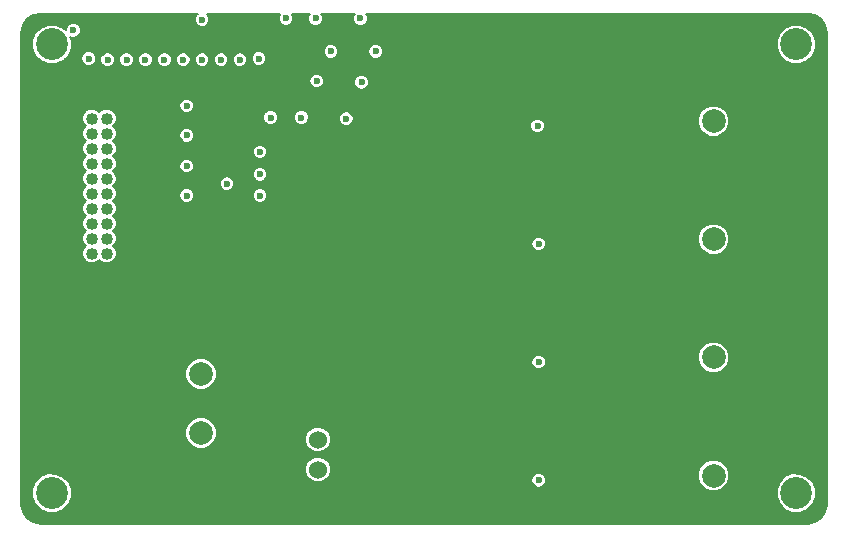
<source format=gbr>
G04 #@! TF.FileFunction,Copper,L4,Bot,Signal*
%FSLAX46Y46*%
G04 Gerber Fmt 4.6, Leading zero omitted, Abs format (unit mm)*
G04 Created by KiCad (PCBNEW 4.0.2+e4-6225~38~ubuntu14.04.1-stable) date Fri 29 Jul 2016 12:50:15 AM PDT*
%MOMM*%
G01*
G04 APERTURE LIST*
%ADD10C,0.100000*%
%ADD11C,2.000000*%
%ADD12C,1.524000*%
%ADD13C,1.016000*%
%ADD14C,2.700000*%
%ADD15C,0.600000*%
%ADD16C,0.200000*%
G04 APERTURE END LIST*
D10*
D11*
X162000000Y-107500000D03*
X162000000Y-102500000D03*
X162000000Y-72500000D03*
X162000000Y-77500000D03*
X162000000Y-97500000D03*
X162000000Y-92500000D03*
X162000000Y-87500000D03*
X162000000Y-82500000D03*
D12*
X128500000Y-107000000D03*
X128500000Y-109540000D03*
X128500000Y-104460000D03*
D11*
X118600000Y-93900000D03*
X118600000Y-98900000D03*
X118600000Y-103900000D03*
X118600000Y-108900000D03*
D13*
X109365000Y-77285000D03*
X110635000Y-77285000D03*
X109365000Y-88715000D03*
X109365000Y-78555000D03*
X110635000Y-78555000D03*
X109365000Y-79825000D03*
X110635000Y-79825000D03*
X109365000Y-81095000D03*
X110635000Y-81095000D03*
X109365000Y-82365000D03*
X110635000Y-82365000D03*
X109365000Y-83635000D03*
X110635000Y-83635000D03*
X109365000Y-84905000D03*
X110635000Y-84905000D03*
X109365000Y-86175000D03*
X110635000Y-86175000D03*
X109365000Y-87445000D03*
X110635000Y-87445000D03*
X110635000Y-88715000D03*
D14*
X169000000Y-109000000D03*
X169000000Y-71000000D03*
X106000000Y-71000000D03*
X106000000Y-109000000D03*
D15*
X107800000Y-69800000D03*
X109100000Y-72200000D03*
X110700000Y-72300000D03*
X112300000Y-72300000D03*
X113900000Y-72300000D03*
X115500000Y-72300000D03*
X117100000Y-72300000D03*
X118700000Y-68900000D03*
X129600000Y-71600000D03*
X147100000Y-77900000D03*
X133400000Y-71600000D03*
X147200000Y-87900000D03*
X132200000Y-74200000D03*
X147200000Y-97900000D03*
X128400000Y-74100000D03*
X147200000Y-107900000D03*
X120800000Y-82800000D03*
X125800000Y-68800000D03*
X117400000Y-83800000D03*
X123500000Y-72200000D03*
X117400000Y-81300000D03*
X121900000Y-72300000D03*
X117400000Y-78700000D03*
X120300000Y-72300000D03*
X117400000Y-76200000D03*
X118700000Y-72300000D03*
X123600000Y-82000000D03*
X130900000Y-77300000D03*
X123600000Y-83800000D03*
X127100000Y-77200000D03*
X132100000Y-68800000D03*
X123600000Y-80100000D03*
X128300000Y-68800000D03*
X124500000Y-77200000D03*
D16*
G36*
X118174696Y-68548339D02*
X118080107Y-68776133D01*
X118079892Y-69022785D01*
X118174083Y-69250743D01*
X118348339Y-69425304D01*
X118576133Y-69519893D01*
X118822785Y-69520108D01*
X119050743Y-69425917D01*
X119225304Y-69251661D01*
X119319893Y-69023867D01*
X119320108Y-68777215D01*
X119225917Y-68549257D01*
X119071930Y-68395000D01*
X125328128Y-68395000D01*
X125274696Y-68448339D01*
X125180107Y-68676133D01*
X125179892Y-68922785D01*
X125274083Y-69150743D01*
X125448339Y-69325304D01*
X125676133Y-69419893D01*
X125922785Y-69420108D01*
X126150743Y-69325917D01*
X126325304Y-69151661D01*
X126419893Y-68923867D01*
X126420108Y-68677215D01*
X126325917Y-68449257D01*
X126271755Y-68395000D01*
X127828128Y-68395000D01*
X127774696Y-68448339D01*
X127680107Y-68676133D01*
X127679892Y-68922785D01*
X127774083Y-69150743D01*
X127948339Y-69325304D01*
X128176133Y-69419893D01*
X128422785Y-69420108D01*
X128650743Y-69325917D01*
X128825304Y-69151661D01*
X128919893Y-68923867D01*
X128920108Y-68677215D01*
X128825917Y-68449257D01*
X128771755Y-68395000D01*
X131628128Y-68395000D01*
X131574696Y-68448339D01*
X131480107Y-68676133D01*
X131479892Y-68922785D01*
X131574083Y-69150743D01*
X131748339Y-69325304D01*
X131976133Y-69419893D01*
X132222785Y-69420108D01*
X132450743Y-69325917D01*
X132625304Y-69151661D01*
X132719893Y-68923867D01*
X132720108Y-68677215D01*
X132625917Y-68449257D01*
X132571755Y-68395000D01*
X169961096Y-68395000D01*
X170611245Y-68524323D01*
X171129435Y-68870565D01*
X171475677Y-69388755D01*
X171605000Y-70038903D01*
X171605000Y-109961097D01*
X171475677Y-110611245D01*
X171129435Y-111129435D01*
X170611245Y-111475677D01*
X169961096Y-111605000D01*
X105038903Y-111605000D01*
X104388755Y-111475677D01*
X103870565Y-111129435D01*
X103524323Y-110611245D01*
X103395000Y-109961096D01*
X103395000Y-109330726D01*
X104329711Y-109330726D01*
X104583418Y-109944743D01*
X105052786Y-110414931D01*
X105666359Y-110669709D01*
X106330726Y-110670289D01*
X106944743Y-110416582D01*
X107414931Y-109947214D01*
X107669709Y-109333641D01*
X107669711Y-109330726D01*
X167329711Y-109330726D01*
X167583418Y-109944743D01*
X168052786Y-110414931D01*
X168666359Y-110669709D01*
X169330726Y-110670289D01*
X169944743Y-110416582D01*
X170414931Y-109947214D01*
X170669709Y-109333641D01*
X170670289Y-108669274D01*
X170416582Y-108055257D01*
X169947214Y-107585069D01*
X169333641Y-107330291D01*
X168669274Y-107329711D01*
X168055257Y-107583418D01*
X167585069Y-108052786D01*
X167330291Y-108666359D01*
X167329711Y-109330726D01*
X107669711Y-109330726D01*
X107670289Y-108669274D01*
X107416582Y-108055257D01*
X106947214Y-107585069D01*
X106333641Y-107330291D01*
X105669274Y-107329711D01*
X105055257Y-107583418D01*
X104585069Y-108052786D01*
X104330291Y-108666359D01*
X104329711Y-109330726D01*
X103395000Y-109330726D01*
X103395000Y-107214279D01*
X127417812Y-107214279D01*
X127582190Y-107612103D01*
X127886296Y-107916740D01*
X128283833Y-108081812D01*
X128714279Y-108082188D01*
X128858044Y-108022785D01*
X146579892Y-108022785D01*
X146674083Y-108250743D01*
X146848339Y-108425304D01*
X147076133Y-108519893D01*
X147322785Y-108520108D01*
X147550743Y-108425917D01*
X147725304Y-108251661D01*
X147819893Y-108023867D01*
X147820108Y-107777215D01*
X147813579Y-107761412D01*
X160679772Y-107761412D01*
X160880306Y-108246743D01*
X161251304Y-108618389D01*
X161736284Y-108819770D01*
X162261412Y-108820228D01*
X162746743Y-108619694D01*
X163118389Y-108248696D01*
X163319770Y-107763716D01*
X163320228Y-107238588D01*
X163119694Y-106753257D01*
X162748696Y-106381611D01*
X162263716Y-106180230D01*
X161738588Y-106179772D01*
X161253257Y-106380306D01*
X160881611Y-106751304D01*
X160680230Y-107236284D01*
X160679772Y-107761412D01*
X147813579Y-107761412D01*
X147725917Y-107549257D01*
X147551661Y-107374696D01*
X147323867Y-107280107D01*
X147077215Y-107279892D01*
X146849257Y-107374083D01*
X146674696Y-107548339D01*
X146580107Y-107776133D01*
X146579892Y-108022785D01*
X128858044Y-108022785D01*
X129112103Y-107917810D01*
X129416740Y-107613704D01*
X129581812Y-107216167D01*
X129582188Y-106785721D01*
X129417810Y-106387897D01*
X129113704Y-106083260D01*
X128716167Y-105918188D01*
X128285721Y-105917812D01*
X127887897Y-106082190D01*
X127583260Y-106386296D01*
X127418188Y-106783833D01*
X127417812Y-107214279D01*
X103395000Y-107214279D01*
X103395000Y-104161412D01*
X117279772Y-104161412D01*
X117480306Y-104646743D01*
X117851304Y-105018389D01*
X118336284Y-105219770D01*
X118861412Y-105220228D01*
X119346743Y-105019694D01*
X119692761Y-104674279D01*
X127417812Y-104674279D01*
X127582190Y-105072103D01*
X127886296Y-105376740D01*
X128283833Y-105541812D01*
X128714279Y-105542188D01*
X129112103Y-105377810D01*
X129416740Y-105073704D01*
X129581812Y-104676167D01*
X129582188Y-104245721D01*
X129417810Y-103847897D01*
X129113704Y-103543260D01*
X128716167Y-103378188D01*
X128285721Y-103377812D01*
X127887897Y-103542190D01*
X127583260Y-103846296D01*
X127418188Y-104243833D01*
X127417812Y-104674279D01*
X119692761Y-104674279D01*
X119718389Y-104648696D01*
X119919770Y-104163716D01*
X119920228Y-103638588D01*
X119719694Y-103153257D01*
X119348696Y-102781611D01*
X118863716Y-102580230D01*
X118338588Y-102579772D01*
X117853257Y-102780306D01*
X117481611Y-103151304D01*
X117280230Y-103636284D01*
X117279772Y-104161412D01*
X103395000Y-104161412D01*
X103395000Y-99161412D01*
X117279772Y-99161412D01*
X117480306Y-99646743D01*
X117851304Y-100018389D01*
X118336284Y-100219770D01*
X118861412Y-100220228D01*
X119346743Y-100019694D01*
X119718389Y-99648696D01*
X119919770Y-99163716D01*
X119920228Y-98638588D01*
X119719694Y-98153257D01*
X119589450Y-98022785D01*
X146579892Y-98022785D01*
X146674083Y-98250743D01*
X146848339Y-98425304D01*
X147076133Y-98519893D01*
X147322785Y-98520108D01*
X147550743Y-98425917D01*
X147725304Y-98251661D01*
X147819893Y-98023867D01*
X147820108Y-97777215D01*
X147813579Y-97761412D01*
X160679772Y-97761412D01*
X160880306Y-98246743D01*
X161251304Y-98618389D01*
X161736284Y-98819770D01*
X162261412Y-98820228D01*
X162746743Y-98619694D01*
X163118389Y-98248696D01*
X163319770Y-97763716D01*
X163320228Y-97238588D01*
X163119694Y-96753257D01*
X162748696Y-96381611D01*
X162263716Y-96180230D01*
X161738588Y-96179772D01*
X161253257Y-96380306D01*
X160881611Y-96751304D01*
X160680230Y-97236284D01*
X160679772Y-97761412D01*
X147813579Y-97761412D01*
X147725917Y-97549257D01*
X147551661Y-97374696D01*
X147323867Y-97280107D01*
X147077215Y-97279892D01*
X146849257Y-97374083D01*
X146674696Y-97548339D01*
X146580107Y-97776133D01*
X146579892Y-98022785D01*
X119589450Y-98022785D01*
X119348696Y-97781611D01*
X118863716Y-97580230D01*
X118338588Y-97579772D01*
X117853257Y-97780306D01*
X117481611Y-98151304D01*
X117280230Y-98636284D01*
X117279772Y-99161412D01*
X103395000Y-99161412D01*
X103395000Y-77448977D01*
X108536857Y-77448977D01*
X108662647Y-77753411D01*
X108829032Y-77920087D01*
X108663465Y-78085364D01*
X108537145Y-78389578D01*
X108536857Y-78718977D01*
X108662647Y-79023411D01*
X108829032Y-79190087D01*
X108663465Y-79355364D01*
X108537145Y-79659578D01*
X108536857Y-79988977D01*
X108662647Y-80293411D01*
X108829032Y-80460087D01*
X108663465Y-80625364D01*
X108537145Y-80929578D01*
X108536857Y-81258977D01*
X108662647Y-81563411D01*
X108829032Y-81730087D01*
X108663465Y-81895364D01*
X108537145Y-82199578D01*
X108536857Y-82528977D01*
X108662647Y-82833411D01*
X108829032Y-83000087D01*
X108663465Y-83165364D01*
X108537145Y-83469578D01*
X108536857Y-83798977D01*
X108662647Y-84103411D01*
X108829032Y-84270087D01*
X108663465Y-84435364D01*
X108537145Y-84739578D01*
X108536857Y-85068977D01*
X108662647Y-85373411D01*
X108829032Y-85540087D01*
X108663465Y-85705364D01*
X108537145Y-86009578D01*
X108536857Y-86338977D01*
X108662647Y-86643411D01*
X108829032Y-86810087D01*
X108663465Y-86975364D01*
X108537145Y-87279578D01*
X108536857Y-87608977D01*
X108662647Y-87913411D01*
X108829032Y-88080087D01*
X108663465Y-88245364D01*
X108537145Y-88549578D01*
X108536857Y-88878977D01*
X108662647Y-89183411D01*
X108895364Y-89416535D01*
X109199578Y-89542855D01*
X109528977Y-89543143D01*
X109833411Y-89417353D01*
X110000087Y-89250968D01*
X110165364Y-89416535D01*
X110469578Y-89542855D01*
X110798977Y-89543143D01*
X111103411Y-89417353D01*
X111336535Y-89184636D01*
X111462855Y-88880422D01*
X111463143Y-88551023D01*
X111337353Y-88246589D01*
X111170968Y-88079913D01*
X111228196Y-88022785D01*
X146579892Y-88022785D01*
X146674083Y-88250743D01*
X146848339Y-88425304D01*
X147076133Y-88519893D01*
X147322785Y-88520108D01*
X147550743Y-88425917D01*
X147725304Y-88251661D01*
X147819893Y-88023867D01*
X147820108Y-87777215D01*
X147813579Y-87761412D01*
X160679772Y-87761412D01*
X160880306Y-88246743D01*
X161251304Y-88618389D01*
X161736284Y-88819770D01*
X162261412Y-88820228D01*
X162746743Y-88619694D01*
X163118389Y-88248696D01*
X163319770Y-87763716D01*
X163320228Y-87238588D01*
X163119694Y-86753257D01*
X162748696Y-86381611D01*
X162263716Y-86180230D01*
X161738588Y-86179772D01*
X161253257Y-86380306D01*
X160881611Y-86751304D01*
X160680230Y-87236284D01*
X160679772Y-87761412D01*
X147813579Y-87761412D01*
X147725917Y-87549257D01*
X147551661Y-87374696D01*
X147323867Y-87280107D01*
X147077215Y-87279892D01*
X146849257Y-87374083D01*
X146674696Y-87548339D01*
X146580107Y-87776133D01*
X146579892Y-88022785D01*
X111228196Y-88022785D01*
X111336535Y-87914636D01*
X111462855Y-87610422D01*
X111463143Y-87281023D01*
X111337353Y-86976589D01*
X111170968Y-86809913D01*
X111336535Y-86644636D01*
X111462855Y-86340422D01*
X111463143Y-86011023D01*
X111337353Y-85706589D01*
X111170968Y-85539913D01*
X111336535Y-85374636D01*
X111462855Y-85070422D01*
X111463143Y-84741023D01*
X111337353Y-84436589D01*
X111170968Y-84269913D01*
X111336535Y-84104636D01*
X111412045Y-83922785D01*
X116779892Y-83922785D01*
X116874083Y-84150743D01*
X117048339Y-84325304D01*
X117276133Y-84419893D01*
X117522785Y-84420108D01*
X117750743Y-84325917D01*
X117925304Y-84151661D01*
X118019893Y-83923867D01*
X118019893Y-83922785D01*
X122979892Y-83922785D01*
X123074083Y-84150743D01*
X123248339Y-84325304D01*
X123476133Y-84419893D01*
X123722785Y-84420108D01*
X123950743Y-84325917D01*
X124125304Y-84151661D01*
X124219893Y-83923867D01*
X124220108Y-83677215D01*
X124125917Y-83449257D01*
X123951661Y-83274696D01*
X123723867Y-83180107D01*
X123477215Y-83179892D01*
X123249257Y-83274083D01*
X123074696Y-83448339D01*
X122980107Y-83676133D01*
X122979892Y-83922785D01*
X118019893Y-83922785D01*
X118020108Y-83677215D01*
X117925917Y-83449257D01*
X117751661Y-83274696D01*
X117523867Y-83180107D01*
X117277215Y-83179892D01*
X117049257Y-83274083D01*
X116874696Y-83448339D01*
X116780107Y-83676133D01*
X116779892Y-83922785D01*
X111412045Y-83922785D01*
X111462855Y-83800422D01*
X111463143Y-83471023D01*
X111337353Y-83166589D01*
X111170968Y-82999913D01*
X111248231Y-82922785D01*
X120179892Y-82922785D01*
X120274083Y-83150743D01*
X120448339Y-83325304D01*
X120676133Y-83419893D01*
X120922785Y-83420108D01*
X121150743Y-83325917D01*
X121325304Y-83151661D01*
X121419893Y-82923867D01*
X121420108Y-82677215D01*
X121325917Y-82449257D01*
X121151661Y-82274696D01*
X120923867Y-82180107D01*
X120677215Y-82179892D01*
X120449257Y-82274083D01*
X120274696Y-82448339D01*
X120180107Y-82676133D01*
X120179892Y-82922785D01*
X111248231Y-82922785D01*
X111336535Y-82834636D01*
X111462855Y-82530422D01*
X111463143Y-82201023D01*
X111430816Y-82122785D01*
X122979892Y-82122785D01*
X123074083Y-82350743D01*
X123248339Y-82525304D01*
X123476133Y-82619893D01*
X123722785Y-82620108D01*
X123950743Y-82525917D01*
X124125304Y-82351661D01*
X124219893Y-82123867D01*
X124220108Y-81877215D01*
X124125917Y-81649257D01*
X123951661Y-81474696D01*
X123723867Y-81380107D01*
X123477215Y-81379892D01*
X123249257Y-81474083D01*
X123074696Y-81648339D01*
X122980107Y-81876133D01*
X122979892Y-82122785D01*
X111430816Y-82122785D01*
X111337353Y-81896589D01*
X111170968Y-81729913D01*
X111336535Y-81564636D01*
X111395436Y-81422785D01*
X116779892Y-81422785D01*
X116874083Y-81650743D01*
X117048339Y-81825304D01*
X117276133Y-81919893D01*
X117522785Y-81920108D01*
X117750743Y-81825917D01*
X117925304Y-81651661D01*
X118019893Y-81423867D01*
X118020108Y-81177215D01*
X117925917Y-80949257D01*
X117751661Y-80774696D01*
X117523867Y-80680107D01*
X117277215Y-80679892D01*
X117049257Y-80774083D01*
X116874696Y-80948339D01*
X116780107Y-81176133D01*
X116779892Y-81422785D01*
X111395436Y-81422785D01*
X111462855Y-81260422D01*
X111463143Y-80931023D01*
X111337353Y-80626589D01*
X111170968Y-80459913D01*
X111336535Y-80294636D01*
X111366369Y-80222785D01*
X122979892Y-80222785D01*
X123074083Y-80450743D01*
X123248339Y-80625304D01*
X123476133Y-80719893D01*
X123722785Y-80720108D01*
X123950743Y-80625917D01*
X124125304Y-80451661D01*
X124219893Y-80223867D01*
X124220108Y-79977215D01*
X124125917Y-79749257D01*
X123951661Y-79574696D01*
X123723867Y-79480107D01*
X123477215Y-79479892D01*
X123249257Y-79574083D01*
X123074696Y-79748339D01*
X122980107Y-79976133D01*
X122979892Y-80222785D01*
X111366369Y-80222785D01*
X111462855Y-79990422D01*
X111463143Y-79661023D01*
X111337353Y-79356589D01*
X111170968Y-79189913D01*
X111336535Y-79024636D01*
X111420350Y-78822785D01*
X116779892Y-78822785D01*
X116874083Y-79050743D01*
X117048339Y-79225304D01*
X117276133Y-79319893D01*
X117522785Y-79320108D01*
X117750743Y-79225917D01*
X117925304Y-79051661D01*
X118019893Y-78823867D01*
X118020108Y-78577215D01*
X117925917Y-78349257D01*
X117751661Y-78174696D01*
X117523867Y-78080107D01*
X117277215Y-78079892D01*
X117049257Y-78174083D01*
X116874696Y-78348339D01*
X116780107Y-78576133D01*
X116779892Y-78822785D01*
X111420350Y-78822785D01*
X111462855Y-78720422D01*
X111463143Y-78391023D01*
X111337353Y-78086589D01*
X111273661Y-78022785D01*
X146479892Y-78022785D01*
X146574083Y-78250743D01*
X146748339Y-78425304D01*
X146976133Y-78519893D01*
X147222785Y-78520108D01*
X147450743Y-78425917D01*
X147625304Y-78251661D01*
X147719893Y-78023867D01*
X147720108Y-77777215D01*
X147713579Y-77761412D01*
X160679772Y-77761412D01*
X160880306Y-78246743D01*
X161251304Y-78618389D01*
X161736284Y-78819770D01*
X162261412Y-78820228D01*
X162746743Y-78619694D01*
X163118389Y-78248696D01*
X163319770Y-77763716D01*
X163320228Y-77238588D01*
X163119694Y-76753257D01*
X162748696Y-76381611D01*
X162263716Y-76180230D01*
X161738588Y-76179772D01*
X161253257Y-76380306D01*
X160881611Y-76751304D01*
X160680230Y-77236284D01*
X160679772Y-77761412D01*
X147713579Y-77761412D01*
X147625917Y-77549257D01*
X147451661Y-77374696D01*
X147223867Y-77280107D01*
X146977215Y-77279892D01*
X146749257Y-77374083D01*
X146574696Y-77548339D01*
X146480107Y-77776133D01*
X146479892Y-78022785D01*
X111273661Y-78022785D01*
X111170968Y-77919913D01*
X111336535Y-77754636D01*
X111462855Y-77450422D01*
X111462966Y-77322785D01*
X123879892Y-77322785D01*
X123974083Y-77550743D01*
X124148339Y-77725304D01*
X124376133Y-77819893D01*
X124622785Y-77820108D01*
X124850743Y-77725917D01*
X125025304Y-77551661D01*
X125119893Y-77323867D01*
X125119893Y-77322785D01*
X126479892Y-77322785D01*
X126574083Y-77550743D01*
X126748339Y-77725304D01*
X126976133Y-77819893D01*
X127222785Y-77820108D01*
X127450743Y-77725917D01*
X127625304Y-77551661D01*
X127678818Y-77422785D01*
X130279892Y-77422785D01*
X130374083Y-77650743D01*
X130548339Y-77825304D01*
X130776133Y-77919893D01*
X131022785Y-77920108D01*
X131250743Y-77825917D01*
X131425304Y-77651661D01*
X131519893Y-77423867D01*
X131520108Y-77177215D01*
X131425917Y-76949257D01*
X131251661Y-76774696D01*
X131023867Y-76680107D01*
X130777215Y-76679892D01*
X130549257Y-76774083D01*
X130374696Y-76948339D01*
X130280107Y-77176133D01*
X130279892Y-77422785D01*
X127678818Y-77422785D01*
X127719893Y-77323867D01*
X127720108Y-77077215D01*
X127625917Y-76849257D01*
X127451661Y-76674696D01*
X127223867Y-76580107D01*
X126977215Y-76579892D01*
X126749257Y-76674083D01*
X126574696Y-76848339D01*
X126480107Y-77076133D01*
X126479892Y-77322785D01*
X125119893Y-77322785D01*
X125120108Y-77077215D01*
X125025917Y-76849257D01*
X124851661Y-76674696D01*
X124623867Y-76580107D01*
X124377215Y-76579892D01*
X124149257Y-76674083D01*
X123974696Y-76848339D01*
X123880107Y-77076133D01*
X123879892Y-77322785D01*
X111462966Y-77322785D01*
X111463143Y-77121023D01*
X111337353Y-76816589D01*
X111104636Y-76583465D01*
X110800422Y-76457145D01*
X110471023Y-76456857D01*
X110166589Y-76582647D01*
X109999913Y-76749032D01*
X109834636Y-76583465D01*
X109530422Y-76457145D01*
X109201023Y-76456857D01*
X108896589Y-76582647D01*
X108663465Y-76815364D01*
X108537145Y-77119578D01*
X108536857Y-77448977D01*
X103395000Y-77448977D01*
X103395000Y-76322785D01*
X116779892Y-76322785D01*
X116874083Y-76550743D01*
X117048339Y-76725304D01*
X117276133Y-76819893D01*
X117522785Y-76820108D01*
X117750743Y-76725917D01*
X117925304Y-76551661D01*
X118019893Y-76323867D01*
X118020108Y-76077215D01*
X117925917Y-75849257D01*
X117751661Y-75674696D01*
X117523867Y-75580107D01*
X117277215Y-75579892D01*
X117049257Y-75674083D01*
X116874696Y-75848339D01*
X116780107Y-76076133D01*
X116779892Y-76322785D01*
X103395000Y-76322785D01*
X103395000Y-74222785D01*
X127779892Y-74222785D01*
X127874083Y-74450743D01*
X128048339Y-74625304D01*
X128276133Y-74719893D01*
X128522785Y-74720108D01*
X128750743Y-74625917D01*
X128925304Y-74451661D01*
X128978818Y-74322785D01*
X131579892Y-74322785D01*
X131674083Y-74550743D01*
X131848339Y-74725304D01*
X132076133Y-74819893D01*
X132322785Y-74820108D01*
X132550743Y-74725917D01*
X132725304Y-74551661D01*
X132819893Y-74323867D01*
X132820108Y-74077215D01*
X132725917Y-73849257D01*
X132551661Y-73674696D01*
X132323867Y-73580107D01*
X132077215Y-73579892D01*
X131849257Y-73674083D01*
X131674696Y-73848339D01*
X131580107Y-74076133D01*
X131579892Y-74322785D01*
X128978818Y-74322785D01*
X129019893Y-74223867D01*
X129020108Y-73977215D01*
X128925917Y-73749257D01*
X128751661Y-73574696D01*
X128523867Y-73480107D01*
X128277215Y-73479892D01*
X128049257Y-73574083D01*
X127874696Y-73748339D01*
X127780107Y-73976133D01*
X127779892Y-74222785D01*
X103395000Y-74222785D01*
X103395000Y-71330726D01*
X104329711Y-71330726D01*
X104583418Y-71944743D01*
X105052786Y-72414931D01*
X105666359Y-72669709D01*
X106330726Y-72670289D01*
X106944743Y-72416582D01*
X107038703Y-72322785D01*
X108479892Y-72322785D01*
X108574083Y-72550743D01*
X108748339Y-72725304D01*
X108976133Y-72819893D01*
X109222785Y-72820108D01*
X109450743Y-72725917D01*
X109625304Y-72551661D01*
X109678818Y-72422785D01*
X110079892Y-72422785D01*
X110174083Y-72650743D01*
X110348339Y-72825304D01*
X110576133Y-72919893D01*
X110822785Y-72920108D01*
X111050743Y-72825917D01*
X111225304Y-72651661D01*
X111319893Y-72423867D01*
X111319893Y-72422785D01*
X111679892Y-72422785D01*
X111774083Y-72650743D01*
X111948339Y-72825304D01*
X112176133Y-72919893D01*
X112422785Y-72920108D01*
X112650743Y-72825917D01*
X112825304Y-72651661D01*
X112919893Y-72423867D01*
X112919893Y-72422785D01*
X113279892Y-72422785D01*
X113374083Y-72650743D01*
X113548339Y-72825304D01*
X113776133Y-72919893D01*
X114022785Y-72920108D01*
X114250743Y-72825917D01*
X114425304Y-72651661D01*
X114519893Y-72423867D01*
X114519893Y-72422785D01*
X114879892Y-72422785D01*
X114974083Y-72650743D01*
X115148339Y-72825304D01*
X115376133Y-72919893D01*
X115622785Y-72920108D01*
X115850743Y-72825917D01*
X116025304Y-72651661D01*
X116119893Y-72423867D01*
X116119893Y-72422785D01*
X116479892Y-72422785D01*
X116574083Y-72650743D01*
X116748339Y-72825304D01*
X116976133Y-72919893D01*
X117222785Y-72920108D01*
X117450743Y-72825917D01*
X117625304Y-72651661D01*
X117719893Y-72423867D01*
X117719893Y-72422785D01*
X118079892Y-72422785D01*
X118174083Y-72650743D01*
X118348339Y-72825304D01*
X118576133Y-72919893D01*
X118822785Y-72920108D01*
X119050743Y-72825917D01*
X119225304Y-72651661D01*
X119319893Y-72423867D01*
X119319893Y-72422785D01*
X119679892Y-72422785D01*
X119774083Y-72650743D01*
X119948339Y-72825304D01*
X120176133Y-72919893D01*
X120422785Y-72920108D01*
X120650743Y-72825917D01*
X120825304Y-72651661D01*
X120919893Y-72423867D01*
X120919893Y-72422785D01*
X121279892Y-72422785D01*
X121374083Y-72650743D01*
X121548339Y-72825304D01*
X121776133Y-72919893D01*
X122022785Y-72920108D01*
X122250743Y-72825917D01*
X122425304Y-72651661D01*
X122519893Y-72423867D01*
X122519981Y-72322785D01*
X122879892Y-72322785D01*
X122974083Y-72550743D01*
X123148339Y-72725304D01*
X123376133Y-72819893D01*
X123622785Y-72820108D01*
X123850743Y-72725917D01*
X124025304Y-72551661D01*
X124119893Y-72323867D01*
X124120108Y-72077215D01*
X124025917Y-71849257D01*
X123899666Y-71722785D01*
X128979892Y-71722785D01*
X129074083Y-71950743D01*
X129248339Y-72125304D01*
X129476133Y-72219893D01*
X129722785Y-72220108D01*
X129950743Y-72125917D01*
X130125304Y-71951661D01*
X130219893Y-71723867D01*
X130219893Y-71722785D01*
X132779892Y-71722785D01*
X132874083Y-71950743D01*
X133048339Y-72125304D01*
X133276133Y-72219893D01*
X133522785Y-72220108D01*
X133750743Y-72125917D01*
X133925304Y-71951661D01*
X134019893Y-71723867D01*
X134020108Y-71477215D01*
X133959580Y-71330726D01*
X167329711Y-71330726D01*
X167583418Y-71944743D01*
X168052786Y-72414931D01*
X168666359Y-72669709D01*
X169330726Y-72670289D01*
X169944743Y-72416582D01*
X170414931Y-71947214D01*
X170669709Y-71333641D01*
X170670289Y-70669274D01*
X170416582Y-70055257D01*
X169947214Y-69585069D01*
X169333641Y-69330291D01*
X168669274Y-69329711D01*
X168055257Y-69583418D01*
X167585069Y-70052786D01*
X167330291Y-70666359D01*
X167329711Y-71330726D01*
X133959580Y-71330726D01*
X133925917Y-71249257D01*
X133751661Y-71074696D01*
X133523867Y-70980107D01*
X133277215Y-70979892D01*
X133049257Y-71074083D01*
X132874696Y-71248339D01*
X132780107Y-71476133D01*
X132779892Y-71722785D01*
X130219893Y-71722785D01*
X130220108Y-71477215D01*
X130125917Y-71249257D01*
X129951661Y-71074696D01*
X129723867Y-70980107D01*
X129477215Y-70979892D01*
X129249257Y-71074083D01*
X129074696Y-71248339D01*
X128980107Y-71476133D01*
X128979892Y-71722785D01*
X123899666Y-71722785D01*
X123851661Y-71674696D01*
X123623867Y-71580107D01*
X123377215Y-71579892D01*
X123149257Y-71674083D01*
X122974696Y-71848339D01*
X122880107Y-72076133D01*
X122879892Y-72322785D01*
X122519981Y-72322785D01*
X122520108Y-72177215D01*
X122425917Y-71949257D01*
X122251661Y-71774696D01*
X122023867Y-71680107D01*
X121777215Y-71679892D01*
X121549257Y-71774083D01*
X121374696Y-71948339D01*
X121280107Y-72176133D01*
X121279892Y-72422785D01*
X120919893Y-72422785D01*
X120920108Y-72177215D01*
X120825917Y-71949257D01*
X120651661Y-71774696D01*
X120423867Y-71680107D01*
X120177215Y-71679892D01*
X119949257Y-71774083D01*
X119774696Y-71948339D01*
X119680107Y-72176133D01*
X119679892Y-72422785D01*
X119319893Y-72422785D01*
X119320108Y-72177215D01*
X119225917Y-71949257D01*
X119051661Y-71774696D01*
X118823867Y-71680107D01*
X118577215Y-71679892D01*
X118349257Y-71774083D01*
X118174696Y-71948339D01*
X118080107Y-72176133D01*
X118079892Y-72422785D01*
X117719893Y-72422785D01*
X117720108Y-72177215D01*
X117625917Y-71949257D01*
X117451661Y-71774696D01*
X117223867Y-71680107D01*
X116977215Y-71679892D01*
X116749257Y-71774083D01*
X116574696Y-71948339D01*
X116480107Y-72176133D01*
X116479892Y-72422785D01*
X116119893Y-72422785D01*
X116120108Y-72177215D01*
X116025917Y-71949257D01*
X115851661Y-71774696D01*
X115623867Y-71680107D01*
X115377215Y-71679892D01*
X115149257Y-71774083D01*
X114974696Y-71948339D01*
X114880107Y-72176133D01*
X114879892Y-72422785D01*
X114519893Y-72422785D01*
X114520108Y-72177215D01*
X114425917Y-71949257D01*
X114251661Y-71774696D01*
X114023867Y-71680107D01*
X113777215Y-71679892D01*
X113549257Y-71774083D01*
X113374696Y-71948339D01*
X113280107Y-72176133D01*
X113279892Y-72422785D01*
X112919893Y-72422785D01*
X112920108Y-72177215D01*
X112825917Y-71949257D01*
X112651661Y-71774696D01*
X112423867Y-71680107D01*
X112177215Y-71679892D01*
X111949257Y-71774083D01*
X111774696Y-71948339D01*
X111680107Y-72176133D01*
X111679892Y-72422785D01*
X111319893Y-72422785D01*
X111320108Y-72177215D01*
X111225917Y-71949257D01*
X111051661Y-71774696D01*
X110823867Y-71680107D01*
X110577215Y-71679892D01*
X110349257Y-71774083D01*
X110174696Y-71948339D01*
X110080107Y-72176133D01*
X110079892Y-72422785D01*
X109678818Y-72422785D01*
X109719893Y-72323867D01*
X109720108Y-72077215D01*
X109625917Y-71849257D01*
X109451661Y-71674696D01*
X109223867Y-71580107D01*
X108977215Y-71579892D01*
X108749257Y-71674083D01*
X108574696Y-71848339D01*
X108480107Y-72076133D01*
X108479892Y-72322785D01*
X107038703Y-72322785D01*
X107414931Y-71947214D01*
X107669709Y-71333641D01*
X107670289Y-70669274D01*
X107544696Y-70365315D01*
X107676133Y-70419893D01*
X107922785Y-70420108D01*
X108150743Y-70325917D01*
X108325304Y-70151661D01*
X108419893Y-69923867D01*
X108420108Y-69677215D01*
X108325917Y-69449257D01*
X108151661Y-69274696D01*
X107923867Y-69180107D01*
X107677215Y-69179892D01*
X107449257Y-69274083D01*
X107274696Y-69448339D01*
X107180107Y-69676133D01*
X107179983Y-69818245D01*
X106947214Y-69585069D01*
X106333641Y-69330291D01*
X105669274Y-69329711D01*
X105055257Y-69583418D01*
X104585069Y-70052786D01*
X104330291Y-70666359D01*
X104329711Y-71330726D01*
X103395000Y-71330726D01*
X103395000Y-70038904D01*
X103524323Y-69388755D01*
X103870565Y-68870565D01*
X104388755Y-68524323D01*
X105038903Y-68395000D01*
X118328303Y-68395000D01*
X118174696Y-68548339D01*
X118174696Y-68548339D01*
G37*
X118174696Y-68548339D02*
X118080107Y-68776133D01*
X118079892Y-69022785D01*
X118174083Y-69250743D01*
X118348339Y-69425304D01*
X118576133Y-69519893D01*
X118822785Y-69520108D01*
X119050743Y-69425917D01*
X119225304Y-69251661D01*
X119319893Y-69023867D01*
X119320108Y-68777215D01*
X119225917Y-68549257D01*
X119071930Y-68395000D01*
X125328128Y-68395000D01*
X125274696Y-68448339D01*
X125180107Y-68676133D01*
X125179892Y-68922785D01*
X125274083Y-69150743D01*
X125448339Y-69325304D01*
X125676133Y-69419893D01*
X125922785Y-69420108D01*
X126150743Y-69325917D01*
X126325304Y-69151661D01*
X126419893Y-68923867D01*
X126420108Y-68677215D01*
X126325917Y-68449257D01*
X126271755Y-68395000D01*
X127828128Y-68395000D01*
X127774696Y-68448339D01*
X127680107Y-68676133D01*
X127679892Y-68922785D01*
X127774083Y-69150743D01*
X127948339Y-69325304D01*
X128176133Y-69419893D01*
X128422785Y-69420108D01*
X128650743Y-69325917D01*
X128825304Y-69151661D01*
X128919893Y-68923867D01*
X128920108Y-68677215D01*
X128825917Y-68449257D01*
X128771755Y-68395000D01*
X131628128Y-68395000D01*
X131574696Y-68448339D01*
X131480107Y-68676133D01*
X131479892Y-68922785D01*
X131574083Y-69150743D01*
X131748339Y-69325304D01*
X131976133Y-69419893D01*
X132222785Y-69420108D01*
X132450743Y-69325917D01*
X132625304Y-69151661D01*
X132719893Y-68923867D01*
X132720108Y-68677215D01*
X132625917Y-68449257D01*
X132571755Y-68395000D01*
X169961096Y-68395000D01*
X170611245Y-68524323D01*
X171129435Y-68870565D01*
X171475677Y-69388755D01*
X171605000Y-70038903D01*
X171605000Y-109961097D01*
X171475677Y-110611245D01*
X171129435Y-111129435D01*
X170611245Y-111475677D01*
X169961096Y-111605000D01*
X105038903Y-111605000D01*
X104388755Y-111475677D01*
X103870565Y-111129435D01*
X103524323Y-110611245D01*
X103395000Y-109961096D01*
X103395000Y-109330726D01*
X104329711Y-109330726D01*
X104583418Y-109944743D01*
X105052786Y-110414931D01*
X105666359Y-110669709D01*
X106330726Y-110670289D01*
X106944743Y-110416582D01*
X107414931Y-109947214D01*
X107669709Y-109333641D01*
X107669711Y-109330726D01*
X167329711Y-109330726D01*
X167583418Y-109944743D01*
X168052786Y-110414931D01*
X168666359Y-110669709D01*
X169330726Y-110670289D01*
X169944743Y-110416582D01*
X170414931Y-109947214D01*
X170669709Y-109333641D01*
X170670289Y-108669274D01*
X170416582Y-108055257D01*
X169947214Y-107585069D01*
X169333641Y-107330291D01*
X168669274Y-107329711D01*
X168055257Y-107583418D01*
X167585069Y-108052786D01*
X167330291Y-108666359D01*
X167329711Y-109330726D01*
X107669711Y-109330726D01*
X107670289Y-108669274D01*
X107416582Y-108055257D01*
X106947214Y-107585069D01*
X106333641Y-107330291D01*
X105669274Y-107329711D01*
X105055257Y-107583418D01*
X104585069Y-108052786D01*
X104330291Y-108666359D01*
X104329711Y-109330726D01*
X103395000Y-109330726D01*
X103395000Y-107214279D01*
X127417812Y-107214279D01*
X127582190Y-107612103D01*
X127886296Y-107916740D01*
X128283833Y-108081812D01*
X128714279Y-108082188D01*
X128858044Y-108022785D01*
X146579892Y-108022785D01*
X146674083Y-108250743D01*
X146848339Y-108425304D01*
X147076133Y-108519893D01*
X147322785Y-108520108D01*
X147550743Y-108425917D01*
X147725304Y-108251661D01*
X147819893Y-108023867D01*
X147820108Y-107777215D01*
X147813579Y-107761412D01*
X160679772Y-107761412D01*
X160880306Y-108246743D01*
X161251304Y-108618389D01*
X161736284Y-108819770D01*
X162261412Y-108820228D01*
X162746743Y-108619694D01*
X163118389Y-108248696D01*
X163319770Y-107763716D01*
X163320228Y-107238588D01*
X163119694Y-106753257D01*
X162748696Y-106381611D01*
X162263716Y-106180230D01*
X161738588Y-106179772D01*
X161253257Y-106380306D01*
X160881611Y-106751304D01*
X160680230Y-107236284D01*
X160679772Y-107761412D01*
X147813579Y-107761412D01*
X147725917Y-107549257D01*
X147551661Y-107374696D01*
X147323867Y-107280107D01*
X147077215Y-107279892D01*
X146849257Y-107374083D01*
X146674696Y-107548339D01*
X146580107Y-107776133D01*
X146579892Y-108022785D01*
X128858044Y-108022785D01*
X129112103Y-107917810D01*
X129416740Y-107613704D01*
X129581812Y-107216167D01*
X129582188Y-106785721D01*
X129417810Y-106387897D01*
X129113704Y-106083260D01*
X128716167Y-105918188D01*
X128285721Y-105917812D01*
X127887897Y-106082190D01*
X127583260Y-106386296D01*
X127418188Y-106783833D01*
X127417812Y-107214279D01*
X103395000Y-107214279D01*
X103395000Y-104161412D01*
X117279772Y-104161412D01*
X117480306Y-104646743D01*
X117851304Y-105018389D01*
X118336284Y-105219770D01*
X118861412Y-105220228D01*
X119346743Y-105019694D01*
X119692761Y-104674279D01*
X127417812Y-104674279D01*
X127582190Y-105072103D01*
X127886296Y-105376740D01*
X128283833Y-105541812D01*
X128714279Y-105542188D01*
X129112103Y-105377810D01*
X129416740Y-105073704D01*
X129581812Y-104676167D01*
X129582188Y-104245721D01*
X129417810Y-103847897D01*
X129113704Y-103543260D01*
X128716167Y-103378188D01*
X128285721Y-103377812D01*
X127887897Y-103542190D01*
X127583260Y-103846296D01*
X127418188Y-104243833D01*
X127417812Y-104674279D01*
X119692761Y-104674279D01*
X119718389Y-104648696D01*
X119919770Y-104163716D01*
X119920228Y-103638588D01*
X119719694Y-103153257D01*
X119348696Y-102781611D01*
X118863716Y-102580230D01*
X118338588Y-102579772D01*
X117853257Y-102780306D01*
X117481611Y-103151304D01*
X117280230Y-103636284D01*
X117279772Y-104161412D01*
X103395000Y-104161412D01*
X103395000Y-99161412D01*
X117279772Y-99161412D01*
X117480306Y-99646743D01*
X117851304Y-100018389D01*
X118336284Y-100219770D01*
X118861412Y-100220228D01*
X119346743Y-100019694D01*
X119718389Y-99648696D01*
X119919770Y-99163716D01*
X119920228Y-98638588D01*
X119719694Y-98153257D01*
X119589450Y-98022785D01*
X146579892Y-98022785D01*
X146674083Y-98250743D01*
X146848339Y-98425304D01*
X147076133Y-98519893D01*
X147322785Y-98520108D01*
X147550743Y-98425917D01*
X147725304Y-98251661D01*
X147819893Y-98023867D01*
X147820108Y-97777215D01*
X147813579Y-97761412D01*
X160679772Y-97761412D01*
X160880306Y-98246743D01*
X161251304Y-98618389D01*
X161736284Y-98819770D01*
X162261412Y-98820228D01*
X162746743Y-98619694D01*
X163118389Y-98248696D01*
X163319770Y-97763716D01*
X163320228Y-97238588D01*
X163119694Y-96753257D01*
X162748696Y-96381611D01*
X162263716Y-96180230D01*
X161738588Y-96179772D01*
X161253257Y-96380306D01*
X160881611Y-96751304D01*
X160680230Y-97236284D01*
X160679772Y-97761412D01*
X147813579Y-97761412D01*
X147725917Y-97549257D01*
X147551661Y-97374696D01*
X147323867Y-97280107D01*
X147077215Y-97279892D01*
X146849257Y-97374083D01*
X146674696Y-97548339D01*
X146580107Y-97776133D01*
X146579892Y-98022785D01*
X119589450Y-98022785D01*
X119348696Y-97781611D01*
X118863716Y-97580230D01*
X118338588Y-97579772D01*
X117853257Y-97780306D01*
X117481611Y-98151304D01*
X117280230Y-98636284D01*
X117279772Y-99161412D01*
X103395000Y-99161412D01*
X103395000Y-77448977D01*
X108536857Y-77448977D01*
X108662647Y-77753411D01*
X108829032Y-77920087D01*
X108663465Y-78085364D01*
X108537145Y-78389578D01*
X108536857Y-78718977D01*
X108662647Y-79023411D01*
X108829032Y-79190087D01*
X108663465Y-79355364D01*
X108537145Y-79659578D01*
X108536857Y-79988977D01*
X108662647Y-80293411D01*
X108829032Y-80460087D01*
X108663465Y-80625364D01*
X108537145Y-80929578D01*
X108536857Y-81258977D01*
X108662647Y-81563411D01*
X108829032Y-81730087D01*
X108663465Y-81895364D01*
X108537145Y-82199578D01*
X108536857Y-82528977D01*
X108662647Y-82833411D01*
X108829032Y-83000087D01*
X108663465Y-83165364D01*
X108537145Y-83469578D01*
X108536857Y-83798977D01*
X108662647Y-84103411D01*
X108829032Y-84270087D01*
X108663465Y-84435364D01*
X108537145Y-84739578D01*
X108536857Y-85068977D01*
X108662647Y-85373411D01*
X108829032Y-85540087D01*
X108663465Y-85705364D01*
X108537145Y-86009578D01*
X108536857Y-86338977D01*
X108662647Y-86643411D01*
X108829032Y-86810087D01*
X108663465Y-86975364D01*
X108537145Y-87279578D01*
X108536857Y-87608977D01*
X108662647Y-87913411D01*
X108829032Y-88080087D01*
X108663465Y-88245364D01*
X108537145Y-88549578D01*
X108536857Y-88878977D01*
X108662647Y-89183411D01*
X108895364Y-89416535D01*
X109199578Y-89542855D01*
X109528977Y-89543143D01*
X109833411Y-89417353D01*
X110000087Y-89250968D01*
X110165364Y-89416535D01*
X110469578Y-89542855D01*
X110798977Y-89543143D01*
X111103411Y-89417353D01*
X111336535Y-89184636D01*
X111462855Y-88880422D01*
X111463143Y-88551023D01*
X111337353Y-88246589D01*
X111170968Y-88079913D01*
X111228196Y-88022785D01*
X146579892Y-88022785D01*
X146674083Y-88250743D01*
X146848339Y-88425304D01*
X147076133Y-88519893D01*
X147322785Y-88520108D01*
X147550743Y-88425917D01*
X147725304Y-88251661D01*
X147819893Y-88023867D01*
X147820108Y-87777215D01*
X147813579Y-87761412D01*
X160679772Y-87761412D01*
X160880306Y-88246743D01*
X161251304Y-88618389D01*
X161736284Y-88819770D01*
X162261412Y-88820228D01*
X162746743Y-88619694D01*
X163118389Y-88248696D01*
X163319770Y-87763716D01*
X163320228Y-87238588D01*
X163119694Y-86753257D01*
X162748696Y-86381611D01*
X162263716Y-86180230D01*
X161738588Y-86179772D01*
X161253257Y-86380306D01*
X160881611Y-86751304D01*
X160680230Y-87236284D01*
X160679772Y-87761412D01*
X147813579Y-87761412D01*
X147725917Y-87549257D01*
X147551661Y-87374696D01*
X147323867Y-87280107D01*
X147077215Y-87279892D01*
X146849257Y-87374083D01*
X146674696Y-87548339D01*
X146580107Y-87776133D01*
X146579892Y-88022785D01*
X111228196Y-88022785D01*
X111336535Y-87914636D01*
X111462855Y-87610422D01*
X111463143Y-87281023D01*
X111337353Y-86976589D01*
X111170968Y-86809913D01*
X111336535Y-86644636D01*
X111462855Y-86340422D01*
X111463143Y-86011023D01*
X111337353Y-85706589D01*
X111170968Y-85539913D01*
X111336535Y-85374636D01*
X111462855Y-85070422D01*
X111463143Y-84741023D01*
X111337353Y-84436589D01*
X111170968Y-84269913D01*
X111336535Y-84104636D01*
X111412045Y-83922785D01*
X116779892Y-83922785D01*
X116874083Y-84150743D01*
X117048339Y-84325304D01*
X117276133Y-84419893D01*
X117522785Y-84420108D01*
X117750743Y-84325917D01*
X117925304Y-84151661D01*
X118019893Y-83923867D01*
X118019893Y-83922785D01*
X122979892Y-83922785D01*
X123074083Y-84150743D01*
X123248339Y-84325304D01*
X123476133Y-84419893D01*
X123722785Y-84420108D01*
X123950743Y-84325917D01*
X124125304Y-84151661D01*
X124219893Y-83923867D01*
X124220108Y-83677215D01*
X124125917Y-83449257D01*
X123951661Y-83274696D01*
X123723867Y-83180107D01*
X123477215Y-83179892D01*
X123249257Y-83274083D01*
X123074696Y-83448339D01*
X122980107Y-83676133D01*
X122979892Y-83922785D01*
X118019893Y-83922785D01*
X118020108Y-83677215D01*
X117925917Y-83449257D01*
X117751661Y-83274696D01*
X117523867Y-83180107D01*
X117277215Y-83179892D01*
X117049257Y-83274083D01*
X116874696Y-83448339D01*
X116780107Y-83676133D01*
X116779892Y-83922785D01*
X111412045Y-83922785D01*
X111462855Y-83800422D01*
X111463143Y-83471023D01*
X111337353Y-83166589D01*
X111170968Y-82999913D01*
X111248231Y-82922785D01*
X120179892Y-82922785D01*
X120274083Y-83150743D01*
X120448339Y-83325304D01*
X120676133Y-83419893D01*
X120922785Y-83420108D01*
X121150743Y-83325917D01*
X121325304Y-83151661D01*
X121419893Y-82923867D01*
X121420108Y-82677215D01*
X121325917Y-82449257D01*
X121151661Y-82274696D01*
X120923867Y-82180107D01*
X120677215Y-82179892D01*
X120449257Y-82274083D01*
X120274696Y-82448339D01*
X120180107Y-82676133D01*
X120179892Y-82922785D01*
X111248231Y-82922785D01*
X111336535Y-82834636D01*
X111462855Y-82530422D01*
X111463143Y-82201023D01*
X111430816Y-82122785D01*
X122979892Y-82122785D01*
X123074083Y-82350743D01*
X123248339Y-82525304D01*
X123476133Y-82619893D01*
X123722785Y-82620108D01*
X123950743Y-82525917D01*
X124125304Y-82351661D01*
X124219893Y-82123867D01*
X124220108Y-81877215D01*
X124125917Y-81649257D01*
X123951661Y-81474696D01*
X123723867Y-81380107D01*
X123477215Y-81379892D01*
X123249257Y-81474083D01*
X123074696Y-81648339D01*
X122980107Y-81876133D01*
X122979892Y-82122785D01*
X111430816Y-82122785D01*
X111337353Y-81896589D01*
X111170968Y-81729913D01*
X111336535Y-81564636D01*
X111395436Y-81422785D01*
X116779892Y-81422785D01*
X116874083Y-81650743D01*
X117048339Y-81825304D01*
X117276133Y-81919893D01*
X117522785Y-81920108D01*
X117750743Y-81825917D01*
X117925304Y-81651661D01*
X118019893Y-81423867D01*
X118020108Y-81177215D01*
X117925917Y-80949257D01*
X117751661Y-80774696D01*
X117523867Y-80680107D01*
X117277215Y-80679892D01*
X117049257Y-80774083D01*
X116874696Y-80948339D01*
X116780107Y-81176133D01*
X116779892Y-81422785D01*
X111395436Y-81422785D01*
X111462855Y-81260422D01*
X111463143Y-80931023D01*
X111337353Y-80626589D01*
X111170968Y-80459913D01*
X111336535Y-80294636D01*
X111366369Y-80222785D01*
X122979892Y-80222785D01*
X123074083Y-80450743D01*
X123248339Y-80625304D01*
X123476133Y-80719893D01*
X123722785Y-80720108D01*
X123950743Y-80625917D01*
X124125304Y-80451661D01*
X124219893Y-80223867D01*
X124220108Y-79977215D01*
X124125917Y-79749257D01*
X123951661Y-79574696D01*
X123723867Y-79480107D01*
X123477215Y-79479892D01*
X123249257Y-79574083D01*
X123074696Y-79748339D01*
X122980107Y-79976133D01*
X122979892Y-80222785D01*
X111366369Y-80222785D01*
X111462855Y-79990422D01*
X111463143Y-79661023D01*
X111337353Y-79356589D01*
X111170968Y-79189913D01*
X111336535Y-79024636D01*
X111420350Y-78822785D01*
X116779892Y-78822785D01*
X116874083Y-79050743D01*
X117048339Y-79225304D01*
X117276133Y-79319893D01*
X117522785Y-79320108D01*
X117750743Y-79225917D01*
X117925304Y-79051661D01*
X118019893Y-78823867D01*
X118020108Y-78577215D01*
X117925917Y-78349257D01*
X117751661Y-78174696D01*
X117523867Y-78080107D01*
X117277215Y-78079892D01*
X117049257Y-78174083D01*
X116874696Y-78348339D01*
X116780107Y-78576133D01*
X116779892Y-78822785D01*
X111420350Y-78822785D01*
X111462855Y-78720422D01*
X111463143Y-78391023D01*
X111337353Y-78086589D01*
X111273661Y-78022785D01*
X146479892Y-78022785D01*
X146574083Y-78250743D01*
X146748339Y-78425304D01*
X146976133Y-78519893D01*
X147222785Y-78520108D01*
X147450743Y-78425917D01*
X147625304Y-78251661D01*
X147719893Y-78023867D01*
X147720108Y-77777215D01*
X147713579Y-77761412D01*
X160679772Y-77761412D01*
X160880306Y-78246743D01*
X161251304Y-78618389D01*
X161736284Y-78819770D01*
X162261412Y-78820228D01*
X162746743Y-78619694D01*
X163118389Y-78248696D01*
X163319770Y-77763716D01*
X163320228Y-77238588D01*
X163119694Y-76753257D01*
X162748696Y-76381611D01*
X162263716Y-76180230D01*
X161738588Y-76179772D01*
X161253257Y-76380306D01*
X160881611Y-76751304D01*
X160680230Y-77236284D01*
X160679772Y-77761412D01*
X147713579Y-77761412D01*
X147625917Y-77549257D01*
X147451661Y-77374696D01*
X147223867Y-77280107D01*
X146977215Y-77279892D01*
X146749257Y-77374083D01*
X146574696Y-77548339D01*
X146480107Y-77776133D01*
X146479892Y-78022785D01*
X111273661Y-78022785D01*
X111170968Y-77919913D01*
X111336535Y-77754636D01*
X111462855Y-77450422D01*
X111462966Y-77322785D01*
X123879892Y-77322785D01*
X123974083Y-77550743D01*
X124148339Y-77725304D01*
X124376133Y-77819893D01*
X124622785Y-77820108D01*
X124850743Y-77725917D01*
X125025304Y-77551661D01*
X125119893Y-77323867D01*
X125119893Y-77322785D01*
X126479892Y-77322785D01*
X126574083Y-77550743D01*
X126748339Y-77725304D01*
X126976133Y-77819893D01*
X127222785Y-77820108D01*
X127450743Y-77725917D01*
X127625304Y-77551661D01*
X127678818Y-77422785D01*
X130279892Y-77422785D01*
X130374083Y-77650743D01*
X130548339Y-77825304D01*
X130776133Y-77919893D01*
X131022785Y-77920108D01*
X131250743Y-77825917D01*
X131425304Y-77651661D01*
X131519893Y-77423867D01*
X131520108Y-77177215D01*
X131425917Y-76949257D01*
X131251661Y-76774696D01*
X131023867Y-76680107D01*
X130777215Y-76679892D01*
X130549257Y-76774083D01*
X130374696Y-76948339D01*
X130280107Y-77176133D01*
X130279892Y-77422785D01*
X127678818Y-77422785D01*
X127719893Y-77323867D01*
X127720108Y-77077215D01*
X127625917Y-76849257D01*
X127451661Y-76674696D01*
X127223867Y-76580107D01*
X126977215Y-76579892D01*
X126749257Y-76674083D01*
X126574696Y-76848339D01*
X126480107Y-77076133D01*
X126479892Y-77322785D01*
X125119893Y-77322785D01*
X125120108Y-77077215D01*
X125025917Y-76849257D01*
X124851661Y-76674696D01*
X124623867Y-76580107D01*
X124377215Y-76579892D01*
X124149257Y-76674083D01*
X123974696Y-76848339D01*
X123880107Y-77076133D01*
X123879892Y-77322785D01*
X111462966Y-77322785D01*
X111463143Y-77121023D01*
X111337353Y-76816589D01*
X111104636Y-76583465D01*
X110800422Y-76457145D01*
X110471023Y-76456857D01*
X110166589Y-76582647D01*
X109999913Y-76749032D01*
X109834636Y-76583465D01*
X109530422Y-76457145D01*
X109201023Y-76456857D01*
X108896589Y-76582647D01*
X108663465Y-76815364D01*
X108537145Y-77119578D01*
X108536857Y-77448977D01*
X103395000Y-77448977D01*
X103395000Y-76322785D01*
X116779892Y-76322785D01*
X116874083Y-76550743D01*
X117048339Y-76725304D01*
X117276133Y-76819893D01*
X117522785Y-76820108D01*
X117750743Y-76725917D01*
X117925304Y-76551661D01*
X118019893Y-76323867D01*
X118020108Y-76077215D01*
X117925917Y-75849257D01*
X117751661Y-75674696D01*
X117523867Y-75580107D01*
X117277215Y-75579892D01*
X117049257Y-75674083D01*
X116874696Y-75848339D01*
X116780107Y-76076133D01*
X116779892Y-76322785D01*
X103395000Y-76322785D01*
X103395000Y-74222785D01*
X127779892Y-74222785D01*
X127874083Y-74450743D01*
X128048339Y-74625304D01*
X128276133Y-74719893D01*
X128522785Y-74720108D01*
X128750743Y-74625917D01*
X128925304Y-74451661D01*
X128978818Y-74322785D01*
X131579892Y-74322785D01*
X131674083Y-74550743D01*
X131848339Y-74725304D01*
X132076133Y-74819893D01*
X132322785Y-74820108D01*
X132550743Y-74725917D01*
X132725304Y-74551661D01*
X132819893Y-74323867D01*
X132820108Y-74077215D01*
X132725917Y-73849257D01*
X132551661Y-73674696D01*
X132323867Y-73580107D01*
X132077215Y-73579892D01*
X131849257Y-73674083D01*
X131674696Y-73848339D01*
X131580107Y-74076133D01*
X131579892Y-74322785D01*
X128978818Y-74322785D01*
X129019893Y-74223867D01*
X129020108Y-73977215D01*
X128925917Y-73749257D01*
X128751661Y-73574696D01*
X128523867Y-73480107D01*
X128277215Y-73479892D01*
X128049257Y-73574083D01*
X127874696Y-73748339D01*
X127780107Y-73976133D01*
X127779892Y-74222785D01*
X103395000Y-74222785D01*
X103395000Y-71330726D01*
X104329711Y-71330726D01*
X104583418Y-71944743D01*
X105052786Y-72414931D01*
X105666359Y-72669709D01*
X106330726Y-72670289D01*
X106944743Y-72416582D01*
X107038703Y-72322785D01*
X108479892Y-72322785D01*
X108574083Y-72550743D01*
X108748339Y-72725304D01*
X108976133Y-72819893D01*
X109222785Y-72820108D01*
X109450743Y-72725917D01*
X109625304Y-72551661D01*
X109678818Y-72422785D01*
X110079892Y-72422785D01*
X110174083Y-72650743D01*
X110348339Y-72825304D01*
X110576133Y-72919893D01*
X110822785Y-72920108D01*
X111050743Y-72825917D01*
X111225304Y-72651661D01*
X111319893Y-72423867D01*
X111319893Y-72422785D01*
X111679892Y-72422785D01*
X111774083Y-72650743D01*
X111948339Y-72825304D01*
X112176133Y-72919893D01*
X112422785Y-72920108D01*
X112650743Y-72825917D01*
X112825304Y-72651661D01*
X112919893Y-72423867D01*
X112919893Y-72422785D01*
X113279892Y-72422785D01*
X113374083Y-72650743D01*
X113548339Y-72825304D01*
X113776133Y-72919893D01*
X114022785Y-72920108D01*
X114250743Y-72825917D01*
X114425304Y-72651661D01*
X114519893Y-72423867D01*
X114519893Y-72422785D01*
X114879892Y-72422785D01*
X114974083Y-72650743D01*
X115148339Y-72825304D01*
X115376133Y-72919893D01*
X115622785Y-72920108D01*
X115850743Y-72825917D01*
X116025304Y-72651661D01*
X116119893Y-72423867D01*
X116119893Y-72422785D01*
X116479892Y-72422785D01*
X116574083Y-72650743D01*
X116748339Y-72825304D01*
X116976133Y-72919893D01*
X117222785Y-72920108D01*
X117450743Y-72825917D01*
X117625304Y-72651661D01*
X117719893Y-72423867D01*
X117719893Y-72422785D01*
X118079892Y-72422785D01*
X118174083Y-72650743D01*
X118348339Y-72825304D01*
X118576133Y-72919893D01*
X118822785Y-72920108D01*
X119050743Y-72825917D01*
X119225304Y-72651661D01*
X119319893Y-72423867D01*
X119319893Y-72422785D01*
X119679892Y-72422785D01*
X119774083Y-72650743D01*
X119948339Y-72825304D01*
X120176133Y-72919893D01*
X120422785Y-72920108D01*
X120650743Y-72825917D01*
X120825304Y-72651661D01*
X120919893Y-72423867D01*
X120919893Y-72422785D01*
X121279892Y-72422785D01*
X121374083Y-72650743D01*
X121548339Y-72825304D01*
X121776133Y-72919893D01*
X122022785Y-72920108D01*
X122250743Y-72825917D01*
X122425304Y-72651661D01*
X122519893Y-72423867D01*
X122519981Y-72322785D01*
X122879892Y-72322785D01*
X122974083Y-72550743D01*
X123148339Y-72725304D01*
X123376133Y-72819893D01*
X123622785Y-72820108D01*
X123850743Y-72725917D01*
X124025304Y-72551661D01*
X124119893Y-72323867D01*
X124120108Y-72077215D01*
X124025917Y-71849257D01*
X123899666Y-71722785D01*
X128979892Y-71722785D01*
X129074083Y-71950743D01*
X129248339Y-72125304D01*
X129476133Y-72219893D01*
X129722785Y-72220108D01*
X129950743Y-72125917D01*
X130125304Y-71951661D01*
X130219893Y-71723867D01*
X130219893Y-71722785D01*
X132779892Y-71722785D01*
X132874083Y-71950743D01*
X133048339Y-72125304D01*
X133276133Y-72219893D01*
X133522785Y-72220108D01*
X133750743Y-72125917D01*
X133925304Y-71951661D01*
X134019893Y-71723867D01*
X134020108Y-71477215D01*
X133959580Y-71330726D01*
X167329711Y-71330726D01*
X167583418Y-71944743D01*
X168052786Y-72414931D01*
X168666359Y-72669709D01*
X169330726Y-72670289D01*
X169944743Y-72416582D01*
X170414931Y-71947214D01*
X170669709Y-71333641D01*
X170670289Y-70669274D01*
X170416582Y-70055257D01*
X169947214Y-69585069D01*
X169333641Y-69330291D01*
X168669274Y-69329711D01*
X168055257Y-69583418D01*
X167585069Y-70052786D01*
X167330291Y-70666359D01*
X167329711Y-71330726D01*
X133959580Y-71330726D01*
X133925917Y-71249257D01*
X133751661Y-71074696D01*
X133523867Y-70980107D01*
X133277215Y-70979892D01*
X133049257Y-71074083D01*
X132874696Y-71248339D01*
X132780107Y-71476133D01*
X132779892Y-71722785D01*
X130219893Y-71722785D01*
X130220108Y-71477215D01*
X130125917Y-71249257D01*
X129951661Y-71074696D01*
X129723867Y-70980107D01*
X129477215Y-70979892D01*
X129249257Y-71074083D01*
X129074696Y-71248339D01*
X128980107Y-71476133D01*
X128979892Y-71722785D01*
X123899666Y-71722785D01*
X123851661Y-71674696D01*
X123623867Y-71580107D01*
X123377215Y-71579892D01*
X123149257Y-71674083D01*
X122974696Y-71848339D01*
X122880107Y-72076133D01*
X122879892Y-72322785D01*
X122519981Y-72322785D01*
X122520108Y-72177215D01*
X122425917Y-71949257D01*
X122251661Y-71774696D01*
X122023867Y-71680107D01*
X121777215Y-71679892D01*
X121549257Y-71774083D01*
X121374696Y-71948339D01*
X121280107Y-72176133D01*
X121279892Y-72422785D01*
X120919893Y-72422785D01*
X120920108Y-72177215D01*
X120825917Y-71949257D01*
X120651661Y-71774696D01*
X120423867Y-71680107D01*
X120177215Y-71679892D01*
X119949257Y-71774083D01*
X119774696Y-71948339D01*
X119680107Y-72176133D01*
X119679892Y-72422785D01*
X119319893Y-72422785D01*
X119320108Y-72177215D01*
X119225917Y-71949257D01*
X119051661Y-71774696D01*
X118823867Y-71680107D01*
X118577215Y-71679892D01*
X118349257Y-71774083D01*
X118174696Y-71948339D01*
X118080107Y-72176133D01*
X118079892Y-72422785D01*
X117719893Y-72422785D01*
X117720108Y-72177215D01*
X117625917Y-71949257D01*
X117451661Y-71774696D01*
X117223867Y-71680107D01*
X116977215Y-71679892D01*
X116749257Y-71774083D01*
X116574696Y-71948339D01*
X116480107Y-72176133D01*
X116479892Y-72422785D01*
X116119893Y-72422785D01*
X116120108Y-72177215D01*
X116025917Y-71949257D01*
X115851661Y-71774696D01*
X115623867Y-71680107D01*
X115377215Y-71679892D01*
X115149257Y-71774083D01*
X114974696Y-71948339D01*
X114880107Y-72176133D01*
X114879892Y-72422785D01*
X114519893Y-72422785D01*
X114520108Y-72177215D01*
X114425917Y-71949257D01*
X114251661Y-71774696D01*
X114023867Y-71680107D01*
X113777215Y-71679892D01*
X113549257Y-71774083D01*
X113374696Y-71948339D01*
X113280107Y-72176133D01*
X113279892Y-72422785D01*
X112919893Y-72422785D01*
X112920108Y-72177215D01*
X112825917Y-71949257D01*
X112651661Y-71774696D01*
X112423867Y-71680107D01*
X112177215Y-71679892D01*
X111949257Y-71774083D01*
X111774696Y-71948339D01*
X111680107Y-72176133D01*
X111679892Y-72422785D01*
X111319893Y-72422785D01*
X111320108Y-72177215D01*
X111225917Y-71949257D01*
X111051661Y-71774696D01*
X110823867Y-71680107D01*
X110577215Y-71679892D01*
X110349257Y-71774083D01*
X110174696Y-71948339D01*
X110080107Y-72176133D01*
X110079892Y-72422785D01*
X109678818Y-72422785D01*
X109719893Y-72323867D01*
X109720108Y-72077215D01*
X109625917Y-71849257D01*
X109451661Y-71674696D01*
X109223867Y-71580107D01*
X108977215Y-71579892D01*
X108749257Y-71674083D01*
X108574696Y-71848339D01*
X108480107Y-72076133D01*
X108479892Y-72322785D01*
X107038703Y-72322785D01*
X107414931Y-71947214D01*
X107669709Y-71333641D01*
X107670289Y-70669274D01*
X107544696Y-70365315D01*
X107676133Y-70419893D01*
X107922785Y-70420108D01*
X108150743Y-70325917D01*
X108325304Y-70151661D01*
X108419893Y-69923867D01*
X108420108Y-69677215D01*
X108325917Y-69449257D01*
X108151661Y-69274696D01*
X107923867Y-69180107D01*
X107677215Y-69179892D01*
X107449257Y-69274083D01*
X107274696Y-69448339D01*
X107180107Y-69676133D01*
X107179983Y-69818245D01*
X106947214Y-69585069D01*
X106333641Y-69330291D01*
X105669274Y-69329711D01*
X105055257Y-69583418D01*
X104585069Y-70052786D01*
X104330291Y-70666359D01*
X104329711Y-71330726D01*
X103395000Y-71330726D01*
X103395000Y-70038904D01*
X103524323Y-69388755D01*
X103870565Y-68870565D01*
X104388755Y-68524323D01*
X105038903Y-68395000D01*
X118328303Y-68395000D01*
X118174696Y-68548339D01*
M02*

</source>
